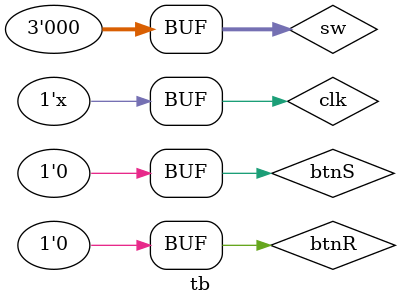
<source format=v>
`timescale 1ns / 1ps

module tb;

    // Inputs
    reg [2:0] sw;
    reg clk;
    reg btnS;
    reg btnR;
    
    wire [7:0] seg;
    wire [3:0] an;
    initial begin
        // Initialize Inputs
        sw[0] = 1; // sw[0] for "DIR": 0 = up, 1 = down
        sw[1] = 0; // sw[1] for "SEL": 0 = min, 1 = sec
        sw[2] = 0; // sw[2] for "ADJ": 0 = normal, 1 = 2x
        clk = 0;

        btnS = 0;
        btnR = 0;

        #1000000000;

        // Reset
        sw[0] = 0;
        #1000000000;


    end

    // Instantiate the Unit Under Test (UUT)
    stopwatch uut (
        .sw(sw),

        .btnS(btnS),
        .btnR(btnR),
        .clk(clk),

        .seg (seg),
        .an  (an)
    );

    always #5 clk = ~clk;
    
    
endmodule


</source>
